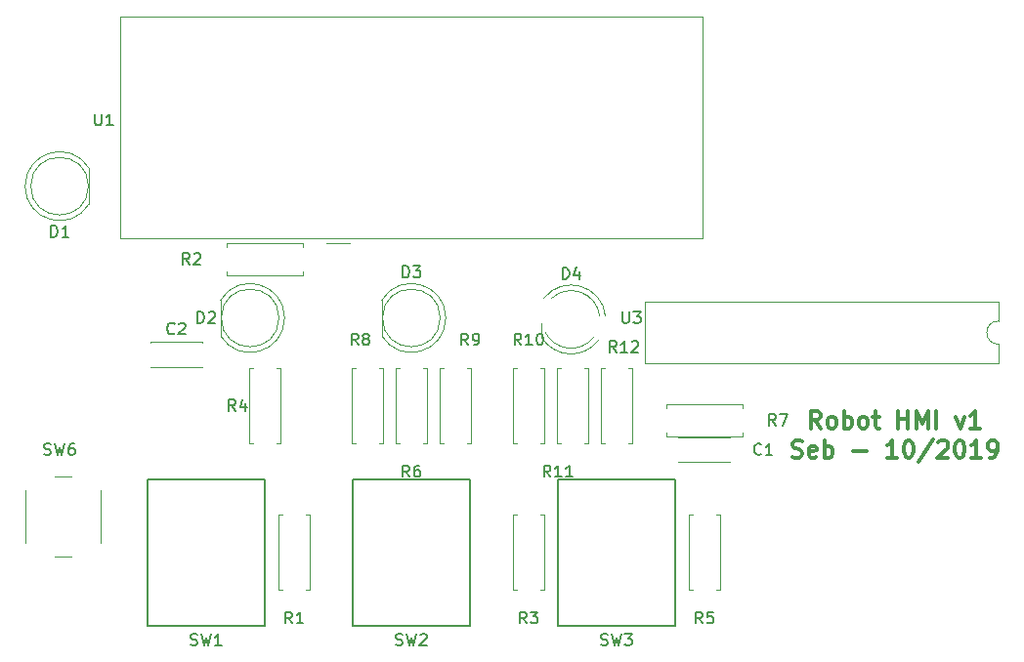
<source format=gbr>
%TF.GenerationSoftware,KiCad,Pcbnew,5.0.2-bee76a0~70~ubuntu18.04.1*%
%TF.CreationDate,2019-11-29T21:58:12+01:00*%
%TF.ProjectId,Robot-HMI,526f626f-742d-4484-9d49-2e6b69636164,rev?*%
%TF.SameCoordinates,Original*%
%TF.FileFunction,Legend,Top*%
%TF.FilePolarity,Positive*%
%FSLAX46Y46*%
G04 Gerber Fmt 4.6, Leading zero omitted, Abs format (unit mm)*
G04 Created by KiCad (PCBNEW 5.0.2-bee76a0~70~ubuntu18.04.1) date ven. 29 nov. 2019 21:58:12 CET*
%MOMM*%
%LPD*%
G01*
G04 APERTURE LIST*
%ADD10C,0.300000*%
%ADD11C,0.120000*%
%ADD12C,0.150000*%
G04 APERTURE END LIST*
D10*
X118031428Y-87033571D02*
X117531428Y-86319285D01*
X117174285Y-87033571D02*
X117174285Y-85533571D01*
X117745714Y-85533571D01*
X117888571Y-85605000D01*
X117960000Y-85676428D01*
X118031428Y-85819285D01*
X118031428Y-86033571D01*
X117960000Y-86176428D01*
X117888571Y-86247857D01*
X117745714Y-86319285D01*
X117174285Y-86319285D01*
X118888571Y-87033571D02*
X118745714Y-86962142D01*
X118674285Y-86890714D01*
X118602857Y-86747857D01*
X118602857Y-86319285D01*
X118674285Y-86176428D01*
X118745714Y-86105000D01*
X118888571Y-86033571D01*
X119102857Y-86033571D01*
X119245714Y-86105000D01*
X119317142Y-86176428D01*
X119388571Y-86319285D01*
X119388571Y-86747857D01*
X119317142Y-86890714D01*
X119245714Y-86962142D01*
X119102857Y-87033571D01*
X118888571Y-87033571D01*
X120031428Y-87033571D02*
X120031428Y-85533571D01*
X120031428Y-86105000D02*
X120174285Y-86033571D01*
X120460000Y-86033571D01*
X120602857Y-86105000D01*
X120674285Y-86176428D01*
X120745714Y-86319285D01*
X120745714Y-86747857D01*
X120674285Y-86890714D01*
X120602857Y-86962142D01*
X120460000Y-87033571D01*
X120174285Y-87033571D01*
X120031428Y-86962142D01*
X121602857Y-87033571D02*
X121460000Y-86962142D01*
X121388571Y-86890714D01*
X121317142Y-86747857D01*
X121317142Y-86319285D01*
X121388571Y-86176428D01*
X121460000Y-86105000D01*
X121602857Y-86033571D01*
X121817142Y-86033571D01*
X121960000Y-86105000D01*
X122031428Y-86176428D01*
X122102857Y-86319285D01*
X122102857Y-86747857D01*
X122031428Y-86890714D01*
X121960000Y-86962142D01*
X121817142Y-87033571D01*
X121602857Y-87033571D01*
X122531428Y-86033571D02*
X123102857Y-86033571D01*
X122745714Y-85533571D02*
X122745714Y-86819285D01*
X122817142Y-86962142D01*
X122960000Y-87033571D01*
X123102857Y-87033571D01*
X124745714Y-87033571D02*
X124745714Y-85533571D01*
X124745714Y-86247857D02*
X125602857Y-86247857D01*
X125602857Y-87033571D02*
X125602857Y-85533571D01*
X126317142Y-87033571D02*
X126317142Y-85533571D01*
X126817142Y-86605000D01*
X127317142Y-85533571D01*
X127317142Y-87033571D01*
X128031428Y-87033571D02*
X128031428Y-85533571D01*
X129745714Y-86033571D02*
X130102857Y-87033571D01*
X130460000Y-86033571D01*
X131817142Y-87033571D02*
X130959999Y-87033571D01*
X131388571Y-87033571D02*
X131388571Y-85533571D01*
X131245714Y-85747857D01*
X131102857Y-85890714D01*
X130959999Y-85962142D01*
X115567142Y-89512142D02*
X115781428Y-89583571D01*
X116138571Y-89583571D01*
X116281428Y-89512142D01*
X116352857Y-89440714D01*
X116424285Y-89297857D01*
X116424285Y-89155000D01*
X116352857Y-89012142D01*
X116281428Y-88940714D01*
X116138571Y-88869285D01*
X115852857Y-88797857D01*
X115710000Y-88726428D01*
X115638571Y-88655000D01*
X115567142Y-88512142D01*
X115567142Y-88369285D01*
X115638571Y-88226428D01*
X115710000Y-88155000D01*
X115852857Y-88083571D01*
X116210000Y-88083571D01*
X116424285Y-88155000D01*
X117638571Y-89512142D02*
X117495714Y-89583571D01*
X117210000Y-89583571D01*
X117067142Y-89512142D01*
X116995714Y-89369285D01*
X116995714Y-88797857D01*
X117067142Y-88655000D01*
X117210000Y-88583571D01*
X117495714Y-88583571D01*
X117638571Y-88655000D01*
X117710000Y-88797857D01*
X117710000Y-88940714D01*
X116995714Y-89083571D01*
X118352857Y-89583571D02*
X118352857Y-88083571D01*
X118352857Y-88655000D02*
X118495714Y-88583571D01*
X118781428Y-88583571D01*
X118924285Y-88655000D01*
X118995714Y-88726428D01*
X119067142Y-88869285D01*
X119067142Y-89297857D01*
X118995714Y-89440714D01*
X118924285Y-89512142D01*
X118781428Y-89583571D01*
X118495714Y-89583571D01*
X118352857Y-89512142D01*
X120852857Y-89012142D02*
X121995714Y-89012142D01*
X124638571Y-89583571D02*
X123781428Y-89583571D01*
X124210000Y-89583571D02*
X124210000Y-88083571D01*
X124067142Y-88297857D01*
X123924285Y-88440714D01*
X123781428Y-88512142D01*
X125567142Y-88083571D02*
X125710000Y-88083571D01*
X125852857Y-88155000D01*
X125924285Y-88226428D01*
X125995714Y-88369285D01*
X126067142Y-88655000D01*
X126067142Y-89012142D01*
X125995714Y-89297857D01*
X125924285Y-89440714D01*
X125852857Y-89512142D01*
X125710000Y-89583571D01*
X125567142Y-89583571D01*
X125424285Y-89512142D01*
X125352857Y-89440714D01*
X125281428Y-89297857D01*
X125210000Y-89012142D01*
X125210000Y-88655000D01*
X125281428Y-88369285D01*
X125352857Y-88226428D01*
X125424285Y-88155000D01*
X125567142Y-88083571D01*
X127781428Y-88012142D02*
X126495714Y-89940714D01*
X128210000Y-88226428D02*
X128281428Y-88155000D01*
X128424285Y-88083571D01*
X128781428Y-88083571D01*
X128924285Y-88155000D01*
X128995714Y-88226428D01*
X129067142Y-88369285D01*
X129067142Y-88512142D01*
X128995714Y-88726428D01*
X128138571Y-89583571D01*
X129067142Y-89583571D01*
X129995714Y-88083571D02*
X130138571Y-88083571D01*
X130281428Y-88155000D01*
X130352857Y-88226428D01*
X130424285Y-88369285D01*
X130495714Y-88655000D01*
X130495714Y-89012142D01*
X130424285Y-89297857D01*
X130352857Y-89440714D01*
X130281428Y-89512142D01*
X130138571Y-89583571D01*
X129995714Y-89583571D01*
X129852857Y-89512142D01*
X129781428Y-89440714D01*
X129710000Y-89297857D01*
X129638571Y-89012142D01*
X129638571Y-88655000D01*
X129710000Y-88369285D01*
X129781428Y-88226428D01*
X129852857Y-88155000D01*
X129995714Y-88083571D01*
X131924285Y-89583571D02*
X131067142Y-89583571D01*
X131495714Y-89583571D02*
X131495714Y-88083571D01*
X131352857Y-88297857D01*
X131210000Y-88440714D01*
X131067142Y-88512142D01*
X132638571Y-89583571D02*
X132924285Y-89583571D01*
X133067142Y-89512142D01*
X133138571Y-89440714D01*
X133281428Y-89226428D01*
X133352857Y-88940714D01*
X133352857Y-88369285D01*
X133281428Y-88226428D01*
X133210000Y-88155000D01*
X133067142Y-88083571D01*
X132781428Y-88083571D01*
X132638571Y-88155000D01*
X132567142Y-88226428D01*
X132495714Y-88369285D01*
X132495714Y-88726428D01*
X132567142Y-88869285D01*
X132638571Y-88940714D01*
X132781428Y-89012142D01*
X133067142Y-89012142D01*
X133210000Y-88940714D01*
X133281428Y-88869285D01*
X133352857Y-88726428D01*
D11*
X75200000Y-70960000D02*
X77200000Y-70960000D01*
X107820000Y-51340000D02*
X57280000Y-51340000D01*
X107820000Y-70580000D02*
X107820000Y-51340000D01*
X57280000Y-70580000D02*
X107820000Y-70580000D01*
X57280000Y-70580000D02*
X57280000Y-51340000D01*
X133410000Y-81390000D02*
X133410000Y-79740000D01*
X102810000Y-81390000D02*
X133410000Y-81390000D01*
X102810000Y-76090000D02*
X102810000Y-81390000D01*
X133410000Y-76090000D02*
X102810000Y-76090000D01*
X133410000Y-77740000D02*
X133410000Y-76090000D01*
X133410000Y-79740000D02*
G75*
G02X133410000Y-77740000I0J1000000D01*
G01*
X54630000Y-67585000D02*
X54630000Y-64495000D01*
X54570000Y-66040000D02*
G75*
G03X54570000Y-66040000I-2500000J0D01*
G01*
X49080000Y-66040462D02*
G75*
G02X54630000Y-64495170I2990000J462D01*
G01*
X49080000Y-66039538D02*
G75*
G03X54630000Y-67584830I2990000J-462D01*
G01*
X66020000Y-75925000D02*
X66020000Y-79015000D01*
X71080000Y-77470000D02*
G75*
G03X71080000Y-77470000I-2500000J0D01*
G01*
X71570000Y-77469538D02*
G75*
G02X66020000Y-79014830I-2990000J-462D01*
G01*
X71570000Y-77470462D02*
G75*
G03X66020000Y-75925170I-2990000J462D01*
G01*
X79990000Y-75925000D02*
X79990000Y-79015000D01*
X85050000Y-77470000D02*
G75*
G03X85050000Y-77470000I-2500000J0D01*
G01*
X85540000Y-77469538D02*
G75*
G02X79990000Y-79014830I-2990000J-462D01*
G01*
X85540000Y-77470462D02*
G75*
G03X79990000Y-75925170I-2990000J462D01*
G01*
X71020000Y-101060000D02*
X71350000Y-101060000D01*
X71020000Y-94520000D02*
X71020000Y-101060000D01*
X71350000Y-94520000D02*
X71020000Y-94520000D01*
X73760000Y-101060000D02*
X73430000Y-101060000D01*
X73760000Y-94520000D02*
X73760000Y-101060000D01*
X73430000Y-94520000D02*
X73760000Y-94520000D01*
X73120000Y-73760000D02*
X73120000Y-73430000D01*
X66580000Y-73760000D02*
X73120000Y-73760000D01*
X66580000Y-73430000D02*
X66580000Y-73760000D01*
X73120000Y-71020000D02*
X73120000Y-71350000D01*
X66580000Y-71020000D02*
X73120000Y-71020000D01*
X66580000Y-71350000D02*
X66580000Y-71020000D01*
X91340000Y-101060000D02*
X91670000Y-101060000D01*
X91340000Y-94520000D02*
X91340000Y-101060000D01*
X91670000Y-94520000D02*
X91340000Y-94520000D01*
X94080000Y-101060000D02*
X93750000Y-101060000D01*
X94080000Y-94520000D02*
X94080000Y-101060000D01*
X93750000Y-94520000D02*
X94080000Y-94520000D01*
X71220000Y-81820000D02*
X70890000Y-81820000D01*
X71220000Y-88360000D02*
X71220000Y-81820000D01*
X70890000Y-88360000D02*
X71220000Y-88360000D01*
X68480000Y-81820000D02*
X68810000Y-81820000D01*
X68480000Y-88360000D02*
X68480000Y-81820000D01*
X68810000Y-88360000D02*
X68480000Y-88360000D01*
X106580000Y-101060000D02*
X106910000Y-101060000D01*
X106580000Y-94520000D02*
X106580000Y-101060000D01*
X106910000Y-94520000D02*
X106580000Y-94520000D01*
X109320000Y-101060000D02*
X108990000Y-101060000D01*
X109320000Y-94520000D02*
X109320000Y-101060000D01*
X108990000Y-94520000D02*
X109320000Y-94520000D01*
X83920000Y-81820000D02*
X83590000Y-81820000D01*
X83920000Y-88360000D02*
X83920000Y-81820000D01*
X83590000Y-88360000D02*
X83920000Y-88360000D01*
X81180000Y-81820000D02*
X81510000Y-81820000D01*
X81180000Y-88360000D02*
X81180000Y-81820000D01*
X81510000Y-88360000D02*
X81180000Y-88360000D01*
X104680000Y-84990000D02*
X104680000Y-85320000D01*
X111220000Y-84990000D02*
X104680000Y-84990000D01*
X111220000Y-85320000D02*
X111220000Y-84990000D01*
X104680000Y-87730000D02*
X104680000Y-87400000D01*
X111220000Y-87730000D02*
X104680000Y-87730000D01*
X111220000Y-87400000D02*
X111220000Y-87730000D01*
X84990000Y-88360000D02*
X85320000Y-88360000D01*
X84990000Y-81820000D02*
X84990000Y-88360000D01*
X85320000Y-81820000D02*
X84990000Y-81820000D01*
X87730000Y-88360000D02*
X87400000Y-88360000D01*
X87730000Y-81820000D02*
X87730000Y-88360000D01*
X87400000Y-81820000D02*
X87730000Y-81820000D01*
X94080000Y-81820000D02*
X93750000Y-81820000D01*
X94080000Y-88360000D02*
X94080000Y-81820000D01*
X93750000Y-88360000D02*
X94080000Y-88360000D01*
X91340000Y-81820000D02*
X91670000Y-81820000D01*
X91340000Y-88360000D02*
X91340000Y-81820000D01*
X91670000Y-88360000D02*
X91340000Y-88360000D01*
X97890000Y-81820000D02*
X97560000Y-81820000D01*
X97890000Y-88360000D02*
X97890000Y-81820000D01*
X97560000Y-88360000D02*
X97890000Y-88360000D01*
X95150000Y-81820000D02*
X95480000Y-81820000D01*
X95150000Y-88360000D02*
X95150000Y-81820000D01*
X95480000Y-88360000D02*
X95150000Y-88360000D01*
X101700000Y-81820000D02*
X101370000Y-81820000D01*
X101700000Y-88360000D02*
X101700000Y-81820000D01*
X101370000Y-88360000D02*
X101700000Y-88360000D01*
X98960000Y-81820000D02*
X99290000Y-81820000D01*
X98960000Y-88360000D02*
X98960000Y-81820000D01*
X99290000Y-88360000D02*
X98960000Y-88360000D01*
D12*
X69850000Y-91440000D02*
X59690000Y-91440000D01*
X59690000Y-91440000D02*
X59690000Y-104140000D01*
X59690000Y-104140000D02*
X69850000Y-104140000D01*
X69850000Y-104140000D02*
X69850000Y-91440000D01*
X77470000Y-104140000D02*
X87630000Y-104140000D01*
X87630000Y-104140000D02*
X87630000Y-91440000D01*
X87630000Y-91440000D02*
X77470000Y-91440000D01*
X77470000Y-91440000D02*
X77470000Y-104140000D01*
X95250000Y-104140000D02*
X105410000Y-104140000D01*
X105410000Y-104140000D02*
X105410000Y-91440000D01*
X105410000Y-91440000D02*
X95250000Y-91440000D01*
X95250000Y-91440000D02*
X95250000Y-104140000D01*
D11*
X49110000Y-92440000D02*
X49110000Y-96940000D01*
X53110000Y-91190000D02*
X51610000Y-91190000D01*
X55610000Y-96940000D02*
X55610000Y-92440000D01*
X51610000Y-98190000D02*
X53110000Y-98190000D01*
X59920000Y-79575000D02*
X64460000Y-79575000D01*
X59920000Y-81715000D02*
X64460000Y-81715000D01*
X59920000Y-79575000D02*
X59920000Y-79590000D01*
X59920000Y-81700000D02*
X59920000Y-81715000D01*
X64460000Y-79575000D02*
X64460000Y-79590000D01*
X64460000Y-81700000D02*
X64460000Y-81715000D01*
X93833000Y-77896188D02*
X93833000Y-79142000D01*
X98352086Y-79150056D02*
G75*
G02X94138316Y-78677000I-1959086J1553056D01*
G01*
X98784334Y-79391887D02*
G75*
G02X93833000Y-79141830I-2391334J1794887D01*
G01*
X99369836Y-77338784D02*
G75*
G03X94008000Y-75797000I-2976836J-258216D01*
G01*
X98873090Y-77310579D02*
G75*
G03X94640401Y-75819001I-2480090J-286421D01*
G01*
X77700000Y-88360000D02*
X77370000Y-88360000D01*
X77370000Y-88360000D02*
X77370000Y-81820000D01*
X77370000Y-81820000D02*
X77700000Y-81820000D01*
X79780000Y-88360000D02*
X80110000Y-88360000D01*
X80110000Y-88360000D02*
X80110000Y-81820000D01*
X80110000Y-81820000D02*
X79780000Y-81820000D01*
X105640000Y-87830000D02*
X110180000Y-87830000D01*
X105640000Y-89970000D02*
X110180000Y-89970000D01*
X105640000Y-87830000D02*
X105640000Y-87845000D01*
X105640000Y-89955000D02*
X105640000Y-89970000D01*
X110180000Y-87830000D02*
X110180000Y-87845000D01*
X110180000Y-89955000D02*
X110180000Y-89970000D01*
D12*
X55118095Y-59777380D02*
X55118095Y-60586904D01*
X55165714Y-60682142D01*
X55213333Y-60729761D01*
X55308571Y-60777380D01*
X55499047Y-60777380D01*
X55594285Y-60729761D01*
X55641904Y-60682142D01*
X55689523Y-60586904D01*
X55689523Y-59777380D01*
X56689523Y-60777380D02*
X56118095Y-60777380D01*
X56403809Y-60777380D02*
X56403809Y-59777380D01*
X56308571Y-59920238D01*
X56213333Y-60015476D01*
X56118095Y-60063095D01*
X100838095Y-76922380D02*
X100838095Y-77731904D01*
X100885714Y-77827142D01*
X100933333Y-77874761D01*
X101028571Y-77922380D01*
X101219047Y-77922380D01*
X101314285Y-77874761D01*
X101361904Y-77827142D01*
X101409523Y-77731904D01*
X101409523Y-76922380D01*
X101790476Y-76922380D02*
X102409523Y-76922380D01*
X102076190Y-77303333D01*
X102219047Y-77303333D01*
X102314285Y-77350952D01*
X102361904Y-77398571D01*
X102409523Y-77493809D01*
X102409523Y-77731904D01*
X102361904Y-77827142D01*
X102314285Y-77874761D01*
X102219047Y-77922380D01*
X101933333Y-77922380D01*
X101838095Y-77874761D01*
X101790476Y-77827142D01*
X51331904Y-70452380D02*
X51331904Y-69452380D01*
X51570000Y-69452380D01*
X51712857Y-69500000D01*
X51808095Y-69595238D01*
X51855714Y-69690476D01*
X51903333Y-69880952D01*
X51903333Y-70023809D01*
X51855714Y-70214285D01*
X51808095Y-70309523D01*
X51712857Y-70404761D01*
X51570000Y-70452380D01*
X51331904Y-70452380D01*
X52855714Y-70452380D02*
X52284285Y-70452380D01*
X52570000Y-70452380D02*
X52570000Y-69452380D01*
X52474761Y-69595238D01*
X52379523Y-69690476D01*
X52284285Y-69738095D01*
X64031904Y-77922380D02*
X64031904Y-76922380D01*
X64270000Y-76922380D01*
X64412857Y-76970000D01*
X64508095Y-77065238D01*
X64555714Y-77160476D01*
X64603333Y-77350952D01*
X64603333Y-77493809D01*
X64555714Y-77684285D01*
X64508095Y-77779523D01*
X64412857Y-77874761D01*
X64270000Y-77922380D01*
X64031904Y-77922380D01*
X64984285Y-77017619D02*
X65031904Y-76970000D01*
X65127142Y-76922380D01*
X65365238Y-76922380D01*
X65460476Y-76970000D01*
X65508095Y-77017619D01*
X65555714Y-77112857D01*
X65555714Y-77208095D01*
X65508095Y-77350952D01*
X64936666Y-77922380D01*
X65555714Y-77922380D01*
X81811904Y-73962380D02*
X81811904Y-72962380D01*
X82050000Y-72962380D01*
X82192857Y-73010000D01*
X82288095Y-73105238D01*
X82335714Y-73200476D01*
X82383333Y-73390952D01*
X82383333Y-73533809D01*
X82335714Y-73724285D01*
X82288095Y-73819523D01*
X82192857Y-73914761D01*
X82050000Y-73962380D01*
X81811904Y-73962380D01*
X82716666Y-72962380D02*
X83335714Y-72962380D01*
X83002380Y-73343333D01*
X83145238Y-73343333D01*
X83240476Y-73390952D01*
X83288095Y-73438571D01*
X83335714Y-73533809D01*
X83335714Y-73771904D01*
X83288095Y-73867142D01*
X83240476Y-73914761D01*
X83145238Y-73962380D01*
X82859523Y-73962380D01*
X82764285Y-73914761D01*
X82716666Y-73867142D01*
X72223333Y-103957380D02*
X71890000Y-103481190D01*
X71651904Y-103957380D02*
X71651904Y-102957380D01*
X72032857Y-102957380D01*
X72128095Y-103005000D01*
X72175714Y-103052619D01*
X72223333Y-103147857D01*
X72223333Y-103290714D01*
X72175714Y-103385952D01*
X72128095Y-103433571D01*
X72032857Y-103481190D01*
X71651904Y-103481190D01*
X73175714Y-103957380D02*
X72604285Y-103957380D01*
X72890000Y-103957380D02*
X72890000Y-102957380D01*
X72794761Y-103100238D01*
X72699523Y-103195476D01*
X72604285Y-103243095D01*
X63333333Y-72842380D02*
X63000000Y-72366190D01*
X62761904Y-72842380D02*
X62761904Y-71842380D01*
X63142857Y-71842380D01*
X63238095Y-71890000D01*
X63285714Y-71937619D01*
X63333333Y-72032857D01*
X63333333Y-72175714D01*
X63285714Y-72270952D01*
X63238095Y-72318571D01*
X63142857Y-72366190D01*
X62761904Y-72366190D01*
X63714285Y-71937619D02*
X63761904Y-71890000D01*
X63857142Y-71842380D01*
X64095238Y-71842380D01*
X64190476Y-71890000D01*
X64238095Y-71937619D01*
X64285714Y-72032857D01*
X64285714Y-72128095D01*
X64238095Y-72270952D01*
X63666666Y-72842380D01*
X64285714Y-72842380D01*
X92543333Y-103957380D02*
X92210000Y-103481190D01*
X91971904Y-103957380D02*
X91971904Y-102957380D01*
X92352857Y-102957380D01*
X92448095Y-103005000D01*
X92495714Y-103052619D01*
X92543333Y-103147857D01*
X92543333Y-103290714D01*
X92495714Y-103385952D01*
X92448095Y-103433571D01*
X92352857Y-103481190D01*
X91971904Y-103481190D01*
X92876666Y-102957380D02*
X93495714Y-102957380D01*
X93162380Y-103338333D01*
X93305238Y-103338333D01*
X93400476Y-103385952D01*
X93448095Y-103433571D01*
X93495714Y-103528809D01*
X93495714Y-103766904D01*
X93448095Y-103862142D01*
X93400476Y-103909761D01*
X93305238Y-103957380D01*
X93019523Y-103957380D01*
X92924285Y-103909761D01*
X92876666Y-103862142D01*
X67313333Y-85542380D02*
X66980000Y-85066190D01*
X66741904Y-85542380D02*
X66741904Y-84542380D01*
X67122857Y-84542380D01*
X67218095Y-84590000D01*
X67265714Y-84637619D01*
X67313333Y-84732857D01*
X67313333Y-84875714D01*
X67265714Y-84970952D01*
X67218095Y-85018571D01*
X67122857Y-85066190D01*
X66741904Y-85066190D01*
X68170476Y-84875714D02*
X68170476Y-85542380D01*
X67932380Y-84494761D02*
X67694285Y-85209047D01*
X68313333Y-85209047D01*
X107783333Y-103957380D02*
X107450000Y-103481190D01*
X107211904Y-103957380D02*
X107211904Y-102957380D01*
X107592857Y-102957380D01*
X107688095Y-103005000D01*
X107735714Y-103052619D01*
X107783333Y-103147857D01*
X107783333Y-103290714D01*
X107735714Y-103385952D01*
X107688095Y-103433571D01*
X107592857Y-103481190D01*
X107211904Y-103481190D01*
X108688095Y-102957380D02*
X108211904Y-102957380D01*
X108164285Y-103433571D01*
X108211904Y-103385952D01*
X108307142Y-103338333D01*
X108545238Y-103338333D01*
X108640476Y-103385952D01*
X108688095Y-103433571D01*
X108735714Y-103528809D01*
X108735714Y-103766904D01*
X108688095Y-103862142D01*
X108640476Y-103909761D01*
X108545238Y-103957380D01*
X108307142Y-103957380D01*
X108211904Y-103909761D01*
X108164285Y-103862142D01*
X82383333Y-91257380D02*
X82050000Y-90781190D01*
X81811904Y-91257380D02*
X81811904Y-90257380D01*
X82192857Y-90257380D01*
X82288095Y-90305000D01*
X82335714Y-90352619D01*
X82383333Y-90447857D01*
X82383333Y-90590714D01*
X82335714Y-90685952D01*
X82288095Y-90733571D01*
X82192857Y-90781190D01*
X81811904Y-90781190D01*
X83240476Y-90257380D02*
X83050000Y-90257380D01*
X82954761Y-90305000D01*
X82907142Y-90352619D01*
X82811904Y-90495476D01*
X82764285Y-90685952D01*
X82764285Y-91066904D01*
X82811904Y-91162142D01*
X82859523Y-91209761D01*
X82954761Y-91257380D01*
X83145238Y-91257380D01*
X83240476Y-91209761D01*
X83288095Y-91162142D01*
X83335714Y-91066904D01*
X83335714Y-90828809D01*
X83288095Y-90733571D01*
X83240476Y-90685952D01*
X83145238Y-90638333D01*
X82954761Y-90638333D01*
X82859523Y-90685952D01*
X82811904Y-90733571D01*
X82764285Y-90828809D01*
X114133333Y-86812380D02*
X113800000Y-86336190D01*
X113561904Y-86812380D02*
X113561904Y-85812380D01*
X113942857Y-85812380D01*
X114038095Y-85860000D01*
X114085714Y-85907619D01*
X114133333Y-86002857D01*
X114133333Y-86145714D01*
X114085714Y-86240952D01*
X114038095Y-86288571D01*
X113942857Y-86336190D01*
X113561904Y-86336190D01*
X114466666Y-85812380D02*
X115133333Y-85812380D01*
X114704761Y-86812380D01*
X87463333Y-79827380D02*
X87130000Y-79351190D01*
X86891904Y-79827380D02*
X86891904Y-78827380D01*
X87272857Y-78827380D01*
X87368095Y-78875000D01*
X87415714Y-78922619D01*
X87463333Y-79017857D01*
X87463333Y-79160714D01*
X87415714Y-79255952D01*
X87368095Y-79303571D01*
X87272857Y-79351190D01*
X86891904Y-79351190D01*
X87939523Y-79827380D02*
X88130000Y-79827380D01*
X88225238Y-79779761D01*
X88272857Y-79732142D01*
X88368095Y-79589285D01*
X88415714Y-79398809D01*
X88415714Y-79017857D01*
X88368095Y-78922619D01*
X88320476Y-78875000D01*
X88225238Y-78827380D01*
X88034761Y-78827380D01*
X87939523Y-78875000D01*
X87891904Y-78922619D01*
X87844285Y-79017857D01*
X87844285Y-79255952D01*
X87891904Y-79351190D01*
X87939523Y-79398809D01*
X88034761Y-79446428D01*
X88225238Y-79446428D01*
X88320476Y-79398809D01*
X88368095Y-79351190D01*
X88415714Y-79255952D01*
X92067142Y-79827380D02*
X91733809Y-79351190D01*
X91495714Y-79827380D02*
X91495714Y-78827380D01*
X91876666Y-78827380D01*
X91971904Y-78875000D01*
X92019523Y-78922619D01*
X92067142Y-79017857D01*
X92067142Y-79160714D01*
X92019523Y-79255952D01*
X91971904Y-79303571D01*
X91876666Y-79351190D01*
X91495714Y-79351190D01*
X93019523Y-79827380D02*
X92448095Y-79827380D01*
X92733809Y-79827380D02*
X92733809Y-78827380D01*
X92638571Y-78970238D01*
X92543333Y-79065476D01*
X92448095Y-79113095D01*
X93638571Y-78827380D02*
X93733809Y-78827380D01*
X93829047Y-78875000D01*
X93876666Y-78922619D01*
X93924285Y-79017857D01*
X93971904Y-79208333D01*
X93971904Y-79446428D01*
X93924285Y-79636904D01*
X93876666Y-79732142D01*
X93829047Y-79779761D01*
X93733809Y-79827380D01*
X93638571Y-79827380D01*
X93543333Y-79779761D01*
X93495714Y-79732142D01*
X93448095Y-79636904D01*
X93400476Y-79446428D01*
X93400476Y-79208333D01*
X93448095Y-79017857D01*
X93495714Y-78922619D01*
X93543333Y-78875000D01*
X93638571Y-78827380D01*
X94607142Y-91257380D02*
X94273809Y-90781190D01*
X94035714Y-91257380D02*
X94035714Y-90257380D01*
X94416666Y-90257380D01*
X94511904Y-90305000D01*
X94559523Y-90352619D01*
X94607142Y-90447857D01*
X94607142Y-90590714D01*
X94559523Y-90685952D01*
X94511904Y-90733571D01*
X94416666Y-90781190D01*
X94035714Y-90781190D01*
X95559523Y-91257380D02*
X94988095Y-91257380D01*
X95273809Y-91257380D02*
X95273809Y-90257380D01*
X95178571Y-90400238D01*
X95083333Y-90495476D01*
X94988095Y-90543095D01*
X96511904Y-91257380D02*
X95940476Y-91257380D01*
X96226190Y-91257380D02*
X96226190Y-90257380D01*
X96130952Y-90400238D01*
X96035714Y-90495476D01*
X95940476Y-90543095D01*
X100322142Y-80462380D02*
X99988809Y-79986190D01*
X99750714Y-80462380D02*
X99750714Y-79462380D01*
X100131666Y-79462380D01*
X100226904Y-79510000D01*
X100274523Y-79557619D01*
X100322142Y-79652857D01*
X100322142Y-79795714D01*
X100274523Y-79890952D01*
X100226904Y-79938571D01*
X100131666Y-79986190D01*
X99750714Y-79986190D01*
X101274523Y-80462380D02*
X100703095Y-80462380D01*
X100988809Y-80462380D02*
X100988809Y-79462380D01*
X100893571Y-79605238D01*
X100798333Y-79700476D01*
X100703095Y-79748095D01*
X101655476Y-79557619D02*
X101703095Y-79510000D01*
X101798333Y-79462380D01*
X102036428Y-79462380D01*
X102131666Y-79510000D01*
X102179285Y-79557619D01*
X102226904Y-79652857D01*
X102226904Y-79748095D01*
X102179285Y-79890952D01*
X101607857Y-80462380D01*
X102226904Y-80462380D01*
X63436666Y-105814761D02*
X63579523Y-105862380D01*
X63817619Y-105862380D01*
X63912857Y-105814761D01*
X63960476Y-105767142D01*
X64008095Y-105671904D01*
X64008095Y-105576666D01*
X63960476Y-105481428D01*
X63912857Y-105433809D01*
X63817619Y-105386190D01*
X63627142Y-105338571D01*
X63531904Y-105290952D01*
X63484285Y-105243333D01*
X63436666Y-105148095D01*
X63436666Y-105052857D01*
X63484285Y-104957619D01*
X63531904Y-104910000D01*
X63627142Y-104862380D01*
X63865238Y-104862380D01*
X64008095Y-104910000D01*
X64341428Y-104862380D02*
X64579523Y-105862380D01*
X64770000Y-105148095D01*
X64960476Y-105862380D01*
X65198571Y-104862380D01*
X66103333Y-105862380D02*
X65531904Y-105862380D01*
X65817619Y-105862380D02*
X65817619Y-104862380D01*
X65722380Y-105005238D01*
X65627142Y-105100476D01*
X65531904Y-105148095D01*
X81216666Y-105814761D02*
X81359523Y-105862380D01*
X81597619Y-105862380D01*
X81692857Y-105814761D01*
X81740476Y-105767142D01*
X81788095Y-105671904D01*
X81788095Y-105576666D01*
X81740476Y-105481428D01*
X81692857Y-105433809D01*
X81597619Y-105386190D01*
X81407142Y-105338571D01*
X81311904Y-105290952D01*
X81264285Y-105243333D01*
X81216666Y-105148095D01*
X81216666Y-105052857D01*
X81264285Y-104957619D01*
X81311904Y-104910000D01*
X81407142Y-104862380D01*
X81645238Y-104862380D01*
X81788095Y-104910000D01*
X82121428Y-104862380D02*
X82359523Y-105862380D01*
X82550000Y-105148095D01*
X82740476Y-105862380D01*
X82978571Y-104862380D01*
X83311904Y-104957619D02*
X83359523Y-104910000D01*
X83454761Y-104862380D01*
X83692857Y-104862380D01*
X83788095Y-104910000D01*
X83835714Y-104957619D01*
X83883333Y-105052857D01*
X83883333Y-105148095D01*
X83835714Y-105290952D01*
X83264285Y-105862380D01*
X83883333Y-105862380D01*
X98996666Y-105814761D02*
X99139523Y-105862380D01*
X99377619Y-105862380D01*
X99472857Y-105814761D01*
X99520476Y-105767142D01*
X99568095Y-105671904D01*
X99568095Y-105576666D01*
X99520476Y-105481428D01*
X99472857Y-105433809D01*
X99377619Y-105386190D01*
X99187142Y-105338571D01*
X99091904Y-105290952D01*
X99044285Y-105243333D01*
X98996666Y-105148095D01*
X98996666Y-105052857D01*
X99044285Y-104957619D01*
X99091904Y-104910000D01*
X99187142Y-104862380D01*
X99425238Y-104862380D01*
X99568095Y-104910000D01*
X99901428Y-104862380D02*
X100139523Y-105862380D01*
X100330000Y-105148095D01*
X100520476Y-105862380D01*
X100758571Y-104862380D01*
X101044285Y-104862380D02*
X101663333Y-104862380D01*
X101330000Y-105243333D01*
X101472857Y-105243333D01*
X101568095Y-105290952D01*
X101615714Y-105338571D01*
X101663333Y-105433809D01*
X101663333Y-105671904D01*
X101615714Y-105767142D01*
X101568095Y-105814761D01*
X101472857Y-105862380D01*
X101187142Y-105862380D01*
X101091904Y-105814761D01*
X101044285Y-105767142D01*
X50736666Y-89304761D02*
X50879523Y-89352380D01*
X51117619Y-89352380D01*
X51212857Y-89304761D01*
X51260476Y-89257142D01*
X51308095Y-89161904D01*
X51308095Y-89066666D01*
X51260476Y-88971428D01*
X51212857Y-88923809D01*
X51117619Y-88876190D01*
X50927142Y-88828571D01*
X50831904Y-88780952D01*
X50784285Y-88733333D01*
X50736666Y-88638095D01*
X50736666Y-88542857D01*
X50784285Y-88447619D01*
X50831904Y-88400000D01*
X50927142Y-88352380D01*
X51165238Y-88352380D01*
X51308095Y-88400000D01*
X51641428Y-88352380D02*
X51879523Y-89352380D01*
X52070000Y-88638095D01*
X52260476Y-89352380D01*
X52498571Y-88352380D01*
X53308095Y-88352380D02*
X53117619Y-88352380D01*
X53022380Y-88400000D01*
X52974761Y-88447619D01*
X52879523Y-88590476D01*
X52831904Y-88780952D01*
X52831904Y-89161904D01*
X52879523Y-89257142D01*
X52927142Y-89304761D01*
X53022380Y-89352380D01*
X53212857Y-89352380D01*
X53308095Y-89304761D01*
X53355714Y-89257142D01*
X53403333Y-89161904D01*
X53403333Y-88923809D01*
X53355714Y-88828571D01*
X53308095Y-88780952D01*
X53212857Y-88733333D01*
X53022380Y-88733333D01*
X52927142Y-88780952D01*
X52879523Y-88828571D01*
X52831904Y-88923809D01*
X62023333Y-78802142D02*
X61975714Y-78849761D01*
X61832857Y-78897380D01*
X61737619Y-78897380D01*
X61594761Y-78849761D01*
X61499523Y-78754523D01*
X61451904Y-78659285D01*
X61404285Y-78468809D01*
X61404285Y-78325952D01*
X61451904Y-78135476D01*
X61499523Y-78040238D01*
X61594761Y-77945000D01*
X61737619Y-77897380D01*
X61832857Y-77897380D01*
X61975714Y-77945000D01*
X62023333Y-77992619D01*
X62404285Y-77992619D02*
X62451904Y-77945000D01*
X62547142Y-77897380D01*
X62785238Y-77897380D01*
X62880476Y-77945000D01*
X62928095Y-77992619D01*
X62975714Y-78087857D01*
X62975714Y-78183095D01*
X62928095Y-78325952D01*
X62356666Y-78897380D01*
X62975714Y-78897380D01*
X95654904Y-74089380D02*
X95654904Y-73089380D01*
X95893000Y-73089380D01*
X96035857Y-73137000D01*
X96131095Y-73232238D01*
X96178714Y-73327476D01*
X96226333Y-73517952D01*
X96226333Y-73660809D01*
X96178714Y-73851285D01*
X96131095Y-73946523D01*
X96035857Y-74041761D01*
X95893000Y-74089380D01*
X95654904Y-74089380D01*
X97083476Y-73422714D02*
X97083476Y-74089380D01*
X96845380Y-73041761D02*
X96607285Y-73756047D01*
X97226333Y-73756047D01*
X77938333Y-79827380D02*
X77605000Y-79351190D01*
X77366904Y-79827380D02*
X77366904Y-78827380D01*
X77747857Y-78827380D01*
X77843095Y-78875000D01*
X77890714Y-78922619D01*
X77938333Y-79017857D01*
X77938333Y-79160714D01*
X77890714Y-79255952D01*
X77843095Y-79303571D01*
X77747857Y-79351190D01*
X77366904Y-79351190D01*
X78509761Y-79255952D02*
X78414523Y-79208333D01*
X78366904Y-79160714D01*
X78319285Y-79065476D01*
X78319285Y-79017857D01*
X78366904Y-78922619D01*
X78414523Y-78875000D01*
X78509761Y-78827380D01*
X78700238Y-78827380D01*
X78795476Y-78875000D01*
X78843095Y-78922619D01*
X78890714Y-79017857D01*
X78890714Y-79065476D01*
X78843095Y-79160714D01*
X78795476Y-79208333D01*
X78700238Y-79255952D01*
X78509761Y-79255952D01*
X78414523Y-79303571D01*
X78366904Y-79351190D01*
X78319285Y-79446428D01*
X78319285Y-79636904D01*
X78366904Y-79732142D01*
X78414523Y-79779761D01*
X78509761Y-79827380D01*
X78700238Y-79827380D01*
X78795476Y-79779761D01*
X78843095Y-79732142D01*
X78890714Y-79636904D01*
X78890714Y-79446428D01*
X78843095Y-79351190D01*
X78795476Y-79303571D01*
X78700238Y-79255952D01*
X112863333Y-89257142D02*
X112815714Y-89304761D01*
X112672857Y-89352380D01*
X112577619Y-89352380D01*
X112434761Y-89304761D01*
X112339523Y-89209523D01*
X112291904Y-89114285D01*
X112244285Y-88923809D01*
X112244285Y-88780952D01*
X112291904Y-88590476D01*
X112339523Y-88495238D01*
X112434761Y-88400000D01*
X112577619Y-88352380D01*
X112672857Y-88352380D01*
X112815714Y-88400000D01*
X112863333Y-88447619D01*
X113815714Y-89352380D02*
X113244285Y-89352380D01*
X113530000Y-89352380D02*
X113530000Y-88352380D01*
X113434761Y-88495238D01*
X113339523Y-88590476D01*
X113244285Y-88638095D01*
M02*

</source>
